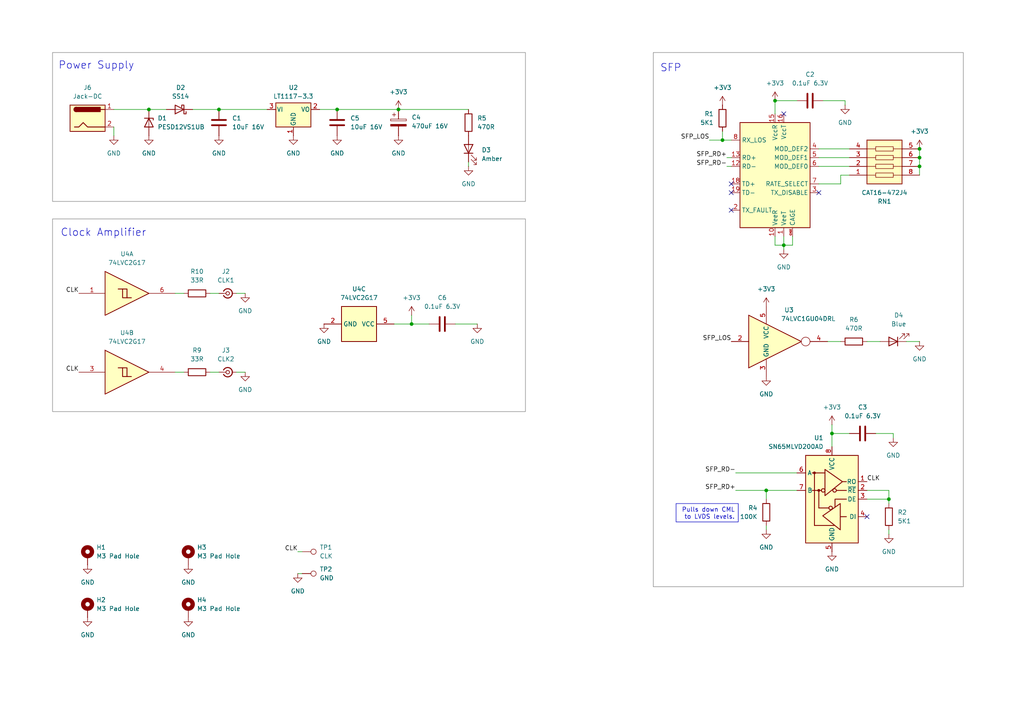
<source format=kicad_sch>
(kicad_sch (version 20250114) (generator "eeschema") (generator_version "9.0")
  (paper "A4")
  (title_block (title "SFP Clock Receiver – Project Caroline") (date "2025-04-24") (rev "A") (company "B4CKSP4CE") (comment 1 "CERN-OHL-S") (comment 2 "@heyflo"))
  (lib_symbols
    (symbol "74xGxx:74LVC1GU04DRL"
      (property "Reference" "U" (at -5.08 10.16 0))
      (property "Value" "74LVC1GU04DRL" (at 17.78 10.16 0))
      (symbol "74LVC1GU04DRL_0_1"
        (rectangle (start -5.08 7.62) (end -5.08 -7.62) (stroke (width 0.254)) (fill (type background)))
        (polyline (pts (xy -5.08 -7.62) (xy 10.16 0) (xy -5.08 7.62)) (stroke (width 0.254)) (fill (type background)))
        (circle (center 11.43 0) (radius 1.27))
      )
      (symbol "74LVC1GU04DRL_1_1"
        (pin input line (at -10.16 0 0) (length 5.08) (name "~") (number "2"))
        (pin power_in line (at 0 10.16 270) (length 5.08) (name "VCC") (number "5"))
        (pin power_in line (at 0 -10.16 90) (length 5.08) (name "GND") (number "3"))
        (pin no_connect line (at 10.16 0 180) (length 5.08) (hide yes) (name "NC") (number "1"))
        (pin output line (at 17.78 0 180) (length 5.08) (name "~") (number "4"))
      )
    )
    (symbol "74xGxx:74LVC2G17"
      (property "Reference" "U" (at -1.27 7.62 0))
      (property "Value" "74LVC2G17" (at 2.54 -7.62 0))
      (symbol "74LVC2G17_1_1"
        (polyline (pts (xy -7.62 6.35) (xy -7.62 -6.35) (xy 5.08 0) (xy -7.62 6.35)) (stroke (width 0.254)) (fill (type background)))
        (polyline (pts (xy -3.81 1.27) (xy -2.54 1.27) (xy -2.54 -1.27) (xy 0 -1.27)) (stroke (width 0.254)) (fill (type background)))
        (polyline (pts (xy -2.54 1.27) (xy -1.27 1.27) (xy -1.27 -1.27)) (stroke (width 0.254)) (fill (type background)))
        (pin input line (at -15.24 0 0) (length 7.62) (name "~") (number "1"))
        (pin output line (at 12.7 0 180) (length 7.62) (name "~") (number "6"))
      )
      (symbol "74LVC2G17_2_1"
        (polyline (pts (xy -7.62 6.35) (xy -7.62 -6.35) (xy 5.08 0) (xy -7.62 6.35)) (stroke (width 0.254)) (fill (type background)))
        (polyline (pts (xy -3.81 1.27) (xy -2.54 1.27) (xy -2.54 -1.27) (xy 0 -1.27)) (stroke (width 0.254)) (fill (type background)))
        (polyline (pts (xy -2.54 1.27) (xy -1.27 1.27) (xy -1.27 -1.27)) (stroke (width 0.254)) (fill (type background)))
        (pin input line (at -15.24 0 0) (length 7.62) (name "~") (number "3"))
        (pin output line (at 12.7 0 180) (length 7.62) (name "~") (number "4"))
      )
      (symbol "74LVC2G17_3_0"
        (rectangle (start -5.08 -5.08) (end 5.08 5.08) (stroke (width 0.254)) (fill (type background)))
      )
      (symbol "74LVC2G17_3_1"
        (pin power_in line (at 0 10.16 270) (length 5.08) (name "VCC") (number "5"))
        (pin power_in line (at 0 -10.16 90) (length 5.08) (name "GND") (number "2"))
      )
    )
    (symbol "BKSP:Interface_SN65MLVD200AD"
      (property "Reference" "U" (at -7.62 13.97 0))
      (property "Value" "SN65MLVD200AD" (at 1.905 13.97 0))
      (symbol "Interface_SN65MLVD200AD_0_1"
        (rectangle (start -7.62 12.7) (end 7.62 -12.7) (stroke (width 0.254)) (fill (type background)))
        (polyline (pts (xy -4.191 2.54) (xy -1.27 2.54)) (stroke (width 0.254)))
        (polyline (pts (xy -4.191 0) (xy -0.889 0) (xy -0.889 -2.286)) (stroke (width 0.254)))
        (polyline (pts (xy -3.175 5.08) (xy -4.191 5.08) (xy -4.064 5.08)) (stroke (width 0.254)))
        (polyline (pts (xy -2.54 -5.08) (xy -4.191 -5.08)) (stroke (width 0.254)))
        (polyline (pts (xy -2.413 -5.08) (xy -2.413 -1.27) (xy 2.667 -4.826) (xy -2.413 -8.89) (xy -2.413 -5.08)) (stroke (width 0.254)))
        (polyline (pts (xy -0.635 -7.62) (xy 5.08 -7.62)) (stroke (width 0.254)))
        (circle (center 0.381 -2.54) (radius 0.508) (stroke (width 0.254)))
        (polyline (pts (xy 0.889 -2.54) (xy 3.81 -2.54)) (stroke (width 0.254)))
        (polyline (pts (xy 2.032 7.62) (xy 5.715 7.62)) (stroke (width 0.254)))
        (polyline (pts (xy 3.048 2.54) (xy 5.715 2.54)) (stroke (width 0.254)))
        (circle (center 3.81 2.54) (radius 0.2794) (stroke (width 0.254)) (fill (type outline)))
        (polyline (pts (xy 3.81 -2.54) (xy 3.81 2.54)) (stroke (width 0.254)))
        (polyline (pts (xy 5.08 -7.62) (xy 5.08 7.62)) (stroke (width 0.254)))
      )
      (symbol "Interface_SN65MLVD200AD_1_1"
        (circle (center -0.762 2.54) (radius 0.508) (stroke (width 0.254)))
        (polyline (pts (xy 2.032 4.826) (xy 2.032 8.636) (xy -3.048 5.08) (xy 2.032 1.016) (xy 2.032 4.826)) (stroke (width 0.254)))
        (circle (center 2.54 2.54) (radius 0.508) (stroke (width 0.254)))
        (circle (center 5.08 7.62) (radius 0.2794) (stroke (width 0.254)) (fill (type outline)))
        (pin output line (at -10.16 5.08 0) (length 2.54) (name "RO") (number "1"))
        (pin input line (at -10.16 2.54 0) (length 2.54) (name "~{RE}") (number "2"))
        (pin input line (at -10.16 0 0) (length 2.54) (name "DE") (number "3"))
        (pin input line (at -10.16 -5.08 0) (length 2.54) (name "DI") (number "4"))
        (pin power_in line (at 0 15.24 270) (length 2.54) (name "VCC") (number "8"))
        (pin power_in line (at 0 -15.24 90) (length 2.54) (name "GND") (number "5"))
        (pin bidirectional line (at 10.16 7.62 180) (length 2.54) (name "A") (number "6"))
        (pin bidirectional line (at 10.16 2.54 180) (length 2.54) (name "B") (number "7"))
      )
    )
    (symbol "BKSP:Protection_PESD12VS1UB" (pin_numbers (hide yes)) (pin_names (offset 1.016) (hide yes))
      (property "Reference" "D" (at 0 2.54 0))
      (property "Value" "PESD12VS1UB" (at 0 -2.54 0))
      (symbol "Protection_PESD12VS1UB_0_1"
        (polyline (pts (xy -1.27 -1.27) (xy -1.27 1.27) (xy -0.762 1.27)) (stroke (width 0.254)))
        (polyline (pts (xy 1.27 0) (xy -1.27 0)))
        (polyline (pts (xy 1.27 -1.27) (xy 1.27 1.27) (xy -1.27 0) (xy 1.27 -1.27)) (stroke (width 0.254)))
      )
      (symbol "Protection_PESD12VS1UB_1_1"
        (pin passive line (at -3.81 0 0) (length 2.54) (name "K") (number "1"))
        (pin passive line (at 3.81 0 180) (length 2.54) (name "A") (number "2"))
      )
    )
    (symbol "BKSP:R_Network_CAT16-472J4" (pin_names (hide yes))
      (property "Reference" "RN" (at 16.51 7.62 0))
      (property "Value" "CAT16-472J4" (at 16.51 5.08 0))
      (symbol "R_Network_CAT16-472J4_0_1"
        (polyline (pts (xy 5.08 0) (xy 7.62 0)))
        (polyline (pts (xy 5.08 -2.54) (xy 7.62 -2.54)))
        (polyline (pts (xy 5.08 -5.08) (xy 7.62 -5.08)))
        (polyline (pts (xy 5.08 -7.62) (xy 7.62 -7.62)))
        (rectangle (start 7.62 0.635) (end 12.7 -0.635))
        (rectangle (start 7.62 -1.905) (end 12.7 -3.175))
        (rectangle (start 7.62 -4.445) (end 12.7 -5.715))
        (rectangle (start 7.62 -6.985) (end 12.7 -8.255))
        (polyline (pts (xy 12.7 0) (xy 15.24 0)))
        (polyline (pts (xy 12.7 -2.54) (xy 15.24 -2.54)))
        (polyline (pts (xy 12.7 -5.08) (xy 15.24 -5.08)))
        (polyline (pts (xy 12.7 -7.62) (xy 15.24 -7.62)))
      )
      (symbol "R_Network_CAT16-472J4_1_1"
        (rectangle (start 5.08 2.54) (end 15.24 -10.16) (stroke (width 0.254)) (fill (type background)))
        (pin passive line (at 0 0 0) (length 5.08) (name "1") (number "1"))
        (pin passive line (at 0 -2.54 0) (length 5.08) (name "2") (number "2"))
        (pin passive line (at 0 -5.08 0) (length 5.08) (name "3") (number "3"))
        (pin passive line (at 0 -7.62 0) (length 5.08) (name "4") (number "4"))
        (pin passive line (at 20.32 0 180) (length 5.08) (name "8") (number "8"))
        (pin passive line (at 20.32 -2.54 180) (length 5.08) (name "7") (number "7"))
        (pin passive line (at 20.32 -5.08 180) (length 5.08) (name "6") (number "6"))
        (pin passive line (at 20.32 -7.62 180) (length 5.08) (name "5") (number "5"))
      )
    )
    (symbol "Connector:Conn_Coaxial_Small" (pin_numbers (hide yes)) (pin_names (offset 1.016) (hide yes))
      (property "Reference" "J" (at 0.254 3.048 0))
      (property "Value" "Conn_Coaxial_Small" (at 0 -3.81 0))
      (symbol "Conn_Coaxial_Small_0_1"
        (polyline (pts (xy -2.54 0) (xy -0.508 0)))
        (circle (center 0 0) (radius 0.508) (stroke (width 0.2032)))
      )
      (symbol "Conn_Coaxial_Small_1_1"
        (arc (start 1.3484 0.0039) (mid 0.327 -1.308) (end -1.1916 -0.6311) (stroke (width 0.3048)))
        (arc (start -1.1916 0.6311) (mid 0.327 1.3081) (end 1.3484 -0.0039) (stroke (width 0.3048)))
        (pin passive line (at -2.54 0 0) (length 1.27) (name "In") (number "1"))
        (pin passive line (at 2.54 0 180) (length 1.27) (name "Ext") (number "2"))
      )
    )
    (symbol "Connector:Jack-DC" (pin_names (offset 1.016))
      (property "Reference" "J" (at 0 5.334 0))
      (property "Value" "Jack-DC" (at 0 -5.08 0))
      (symbol "Jack-DC_0_1"
        (rectangle (start -5.08 3.81) (end 5.08 -3.81) (stroke (width 0.254)) (fill (type background)))
        (polyline (pts (xy -3.81 -2.54) (xy -2.54 -2.54) (xy -1.27 -1.27) (xy 0 -2.54) (xy 2.54 -2.54) (xy 5.08 -2.54)) (stroke (width 0.254)))
        (arc (start -3.302 1.905) (mid -3.9343 2.54) (end -3.302 3.175) (stroke (width 0.254)))
        (arc (start -3.302 1.905) (mid -3.9343 2.54) (end -3.302 3.175) (stroke (width 0.254)) (fill (type outline)))
        (rectangle (start 3.683 3.175) (end -3.302 1.905) (stroke (width 0.254)) (fill (type outline)))
        (polyline (pts (xy 5.08 2.54) (xy 3.81 2.54)) (stroke (width 0.254)))
      )
      (symbol "Jack-DC_1_1"
        (pin passive line (at 7.62 2.54 180) (length 2.54) (name "~") (number "1"))
        (pin passive line (at 7.62 -2.54 180) (length 2.54) (name "~") (number "2"))
      )
    )
    (symbol "Connector:TestPoint" (pin_numbers (hide yes)) (pin_names (offset 0.762) (hide yes))
      (property "Reference" "TP" (at 0 6.858 0))
      (property "Value" "TestPoint" (at 0 5.08 0))
      (symbol "TestPoint_0_1"
        (circle (center 0 3.302) (radius 0.762))
      )
      (symbol "TestPoint_1_1"
        (pin passive line (at 0 0 90) (length 2.54) (name "1") (number "1"))
      )
    )
    (symbol "Device:C" (pin_numbers (hide yes)) (pin_names (offset 0.254))
      (property "Reference" "C" (at 0.635 2.54 0))
      (property "Value" "C" (at 0.635 -2.54 0))
      (symbol "C_0_1"
        (polyline (pts (xy -2.032 0.762) (xy 2.032 0.762)) (stroke (width 0.508)))
        (polyline (pts (xy -2.032 -0.762) (xy 2.032 -0.762)) (stroke (width 0.508)))
      )
      (symbol "C_1_1"
        (pin passive line (at 0 3.81 270) (length 2.794) (name "~") (number "1"))
        (pin passive line (at 0 -3.81 90) (length 2.794) (name "~") (number "2"))
      )
    )
    (symbol "Device:C_Polarized" (pin_numbers (hide yes)) (pin_names (offset 0.254))
      (property "Reference" "C" (at 0.635 2.54 0))
      (property "Value" "C_Polarized" (at 0.635 -2.54 0))
      (symbol "C_Polarized_0_1"
        (rectangle (start -2.286 0.508) (end 2.286 1.016))
        (polyline (pts (xy -1.778 2.286) (xy -0.762 2.286)))
        (polyline (pts (xy -1.27 2.794) (xy -1.27 1.778)))
        (rectangle (start 2.286 -0.508) (end -2.286 -1.016) (fill (type outline)))
      )
      (symbol "C_Polarized_1_1"
        (pin passive line (at 0 3.81 270) (length 2.794) (name "~") (number "1"))
        (pin passive line (at 0 -3.81 90) (length 2.794) (name "~") (number "2"))
      )
    )
    (symbol "Device:LED" (pin_numbers (hide yes)) (pin_names (offset 1.016) (hide yes))
      (property "Reference" "D" (at 0 2.54 0))
      (property "Value" "LED" (at 0 -2.54 0))
      (symbol "LED_0_1"
        (polyline (pts (xy -3.048 -0.762) (xy -4.572 -2.286) (xy -3.81 -2.286) (xy -4.572 -2.286) (xy -4.572 -1.524)))
        (polyline (pts (xy -1.778 -0.762) (xy -3.302 -2.286) (xy -2.54 -2.286) (xy -3.302 -2.286) (xy -3.302 -1.524)))
        (polyline (pts (xy -1.27 0) (xy 1.27 0)))
        (polyline (pts (xy -1.27 -1.27) (xy -1.27 1.27)) (stroke (width 0.254)))
        (polyline (pts (xy 1.27 -1.27) (xy 1.27 1.27) (xy -1.27 0) (xy 1.27 -1.27)) (stroke (width 0.254)))
      )
      (symbol "LED_1_1"
        (pin passive line (at -3.81 0 0) (length 2.54) (name "K") (number "1"))
        (pin passive line (at 3.81 0 180) (length 2.54) (name "A") (number "2"))
      )
    )
    (symbol "Device:R" (pin_numbers (hide yes)) (pin_names (offset 0))
      (property "Reference" "R" (at 2.032 0 90))
      (property "Value" "R" (at 0 0 90))
      (symbol "R_0_1"
        (rectangle (start -1.016 -2.54) (end 1.016 2.54) (stroke (width 0.254)))
      )
      (symbol "R_1_1"
        (pin passive line (at 0 3.81 270) (length 1.27) (name "~") (number "1"))
        (pin passive line (at 0 -3.81 90) (length 1.27) (name "~") (number "2"))
      )
    )
    (symbol "Diode:SS14" (pin_numbers (hide yes)) (pin_names (offset 1.016) (hide yes))
      (property "Reference" "D" (at 0 2.54 0))
      (property "Value" "SS14" (at 0 -2.54 0))
      (symbol "SS14_0_1"
        (polyline (pts (xy -1.905 0.635) (xy -1.905 1.27) (xy -1.27 1.27) (xy -1.27 -1.27) (xy -0.635 -1.27) (xy -0.635 -0.635)) (stroke (width 0.254)))
        (polyline (pts (xy 1.27 1.27) (xy 1.27 -1.27) (xy -1.27 0) (xy 1.27 1.27)) (stroke (width 0.254)))
        (polyline (pts (xy 1.27 0) (xy -1.27 0)))
      )
      (symbol "SS14_1_1"
        (pin passive line (at -3.81 0 0) (length 2.54) (name "K") (number "1"))
        (pin passive line (at 3.81 0 180) (length 2.54) (name "A") (number "2"))
      )
    )
    (symbol "Interface_Optical:SFP"
      (property "Reference" "J" (at -8.89 16.51 0))
      (property "Value" "SFP" (at 11.43 16.51 0))
      (symbol "SFP_0_0"
        (rectangle (start -10.16 15.24) (end 10.16 -15.24) (stroke (width 0.254)) (fill (type background)))
      )
      (symbol "SFP_1_1"
        (pin bidirectional line (at -12.7 7.62 0) (length 2.54) (name "MOD_DEF2") (number "4"))
        (pin input line (at -12.7 5.08 0) (length 2.54) (name "MOD_DEF1") (number "5"))
        (pin passive line (at -12.7 2.54 0) (length 2.54) (name "MOD_DEF0") (number "6"))
        (pin input line (at -12.7 -2.54 0) (length 2.54) (name "RATE_SELECT") (number "7"))
        (pin input line (at -12.7 -5.08 0) (length 2.54) (name "TX_DISABLE") (number "3"))
        (pin passive line (at -5.08 -17.78 90) (length 2.54) (name "CAGE") (number "CAGE"))
        (pin power_in line (at -2.54 17.78 270) (length 2.54) (name "VccT") (number "16"))
        (pin power_in line (at -2.54 -17.78 90) (length 2.54) (name "VeeT") (number "1"))
        (pin passive line (at -2.54 -17.78 90) (length 2.54) (hide yes) (name "VeeT") (number "17"))
        (pin passive line (at -2.54 -17.78 90) (length 2.54) (hide yes) (name "VeeT") (number "20"))
        (pin power_in line (at 0 17.78 270) (length 2.54) (name "VccR") (number "15"))
        (pin power_in line (at 0 -17.78 90) (length 2.54) (name "VeeR") (number "10"))
        (pin passive line (at 0 -17.78 90) (length 2.54) (hide yes) (name "VeeR") (number "11"))
        (pin passive line (at 0 -17.78 90) (length 2.54) (hide yes) (name "VeeR") (number "14"))
        (pin passive line (at 0 -17.78 90) (length 2.54) (hide yes) (name "VeeR") (number "9"))
        (pin open_collector line (at 12.7 10.16 180) (length 2.54) (name "RX_LOS") (number "8"))
        (pin output line (at 12.7 5.08 180) (length 2.54) (name "RD+") (number "13"))
        (pin output line (at 12.7 2.54 180) (length 2.54) (name "RD-") (number "12"))
        (pin input line (at 12.7 -2.54 180) (length 2.54) (name "TD+") (number "18"))
        (pin input line (at 12.7 -5.08 180) (length 2.54) (name "TD-") (number "19"))
        (pin open_collector line (at 12.7 -10.16 180) (length 2.54) (name "TX_FAULT") (number "2"))
      )
    )
    (symbol "Mechanical:MountingHole_Pad" (pin_numbers (hide yes)) (pin_names (offset 1.016) (hide yes)) (in_bom no)
      (property "Reference" "H" (at 0 6.35 0))
      (property "Value" "MountingHole_Pad" (at 0 4.445 0))
      (symbol "MountingHole_Pad_0_1"
        (circle (center 0 1.27) (radius 1.27) (stroke (width 1.27)))
      )
      (symbol "MountingHole_Pad_1_1"
        (pin input line (at 0 -2.54 90) (length 2.54) (name "1") (number "1"))
      )
    )
    (symbol "Regulator_Linear:LT1117-3.3" (pin_names (offset 0.254))
      (property "Reference" "U" (at -3.81 3.175 0))
      (property "Value" "LT1117-3.3" (at 0 3.175 0))
      (symbol "LT1117-3.3_0_1"
        (rectangle (start -5.08 -5.08) (end 5.08 1.905) (stroke (width 0.254)) (fill (type background)))
      )
      (symbol "LT1117-3.3_1_1"
        (pin power_in line (at -7.62 0 0) (length 2.54) (name "VI") (number "3"))
        (pin power_in line (at 0 -7.62 90) (length 2.54) (name "GND") (number "1"))
        (pin power_out line (at 7.62 0 180) (length 2.54) (name "VO") (number "2"))
      )
    )
    (symbol "power:+3.3V" (power) (pin_numbers (hide yes)) (pin_names (offset 0) (hide yes))
      (property "Value" "+3.3V" (at 0 3.556 0))
      (symbol "+3.3V_0_1"
        (polyline (pts (xy -0.762 1.27) (xy 0 2.54)))
        (polyline (pts (xy 0 2.54) (xy 0.762 1.27)))
        (polyline (pts (xy 0 0) (xy 0 2.54)))
      )
      (symbol "+3.3V_1_1"
        (pin power_in line (at 0 0 90) (length 0) (name "~") (number "1"))
      )
    )
    (symbol "power:+3V3" (power) (pin_numbers (hide yes)) (pin_names (offset 0) (hide yes))
      (property "Value" "+3V3" (at 0 3.556 0))
      (symbol "+3V3_0_1"
        (polyline (pts (xy -0.762 1.27) (xy 0 2.54)))
        (polyline (pts (xy 0 2.54) (xy 0.762 1.27)))
        (polyline (pts (xy 0 0) (xy 0 2.54)))
      )
      (symbol "+3V3_1_1"
        (pin power_in line (at 0 0 90) (length 0) (name "~") (number "1"))
      )
    )
    (symbol "power:GND" (power) (pin_numbers (hide yes)) (pin_names (offset 0) (hide yes))
      (property "Value" "GND" (at 0 -3.81 0))
      (symbol "GND_0_1"
        (polyline (pts (xy 0 0) (xy 0 -1.27) (xy 1.27 -1.27) (xy 0 -2.54) (xy -1.27 -1.27) (xy 0 -1.27)))
      )
      (symbol "GND_1_1"
        (pin power_in line (at 0 0 270) (length 0) (name "~") (number "1"))
      )
    )
  )
  (rectangle (start 189.484 15.24) (end 279.4 170.18) (stroke (width 0) (color 132 132 132 1)))
  (rectangle (start 15.24 15.24) (end 152.4 58.42) (stroke (width 0) (color 132 132 132 1)))
  (rectangle (start 15.24 63.5) (end 152.4 119.38) (stroke (width 0) (color 132 132 132 1)))
  (text "Power Supply" (at 27.94 19.05 0) (effects (font (size 2.159 2.159))))
  (text "Clock Amplifier" (at 17.526 67.564 0) (effects (font (size 2.159 2.159)) (justify left)))
  (text "SFP" (at 194.564 19.812 0) (effects (font (size 2.159 2.159))))
  (text_box "Pulls down CML to LVDS levels." (at 214.122 146.05 0) (size -18.034 5.334) (margins 0.9525 0.9525 0.9525 0.9525) (effects (font (size 1.27 1.27)) (justify right top)))
  (junction (at 266.7 45.72))
  (junction (at 266.7 48.26))
  (junction (at 227.33 71.12))
  (junction (at 241.3 125.73))
  (junction (at 222.25 142.24))
  (junction (at 266.7 43.18))
  (junction (at 115.57 31.75))
  (junction (at 63.5 31.75))
  (junction (at 43.18 31.75))
  (junction (at 224.79 29.21))
  (junction (at 257.81 144.78))
  (junction (at 119.38 93.98))
  (junction (at 97.79 31.75))
  (junction (at 209.55 40.64))
  (no_connect (at 227.33 33.02))
  (no_connect (at 212.09 55.88))
  (no_connect (at 212.09 53.34))
  (no_connect (at 251.46 149.86))
  (no_connect (at 237.49 55.88))
  (no_connect (at 212.09 60.96))
  (wire (pts (xy 60.96 107.95) (xy 63.5 107.95)))
  (wire (pts (xy 210.82 45.72) (xy 212.09 45.72)))
  (wire (pts (xy 237.49 43.18) (xy 246.38 43.18)))
  (wire (pts (xy 266.7 50.8) (xy 266.7 48.26)))
  (wire (pts (xy 119.38 91.44) (xy 119.38 93.98)))
  (wire (pts (xy 259.08 125.73) (xy 254 125.73)))
  (wire (pts (xy 266.7 45.72) (xy 266.7 48.26)))
  (wire (pts (xy 60.96 85.09) (xy 63.5 85.09)))
  (wire (pts (xy 238.76 29.21) (xy 245.11 29.21)))
  (wire (pts (xy 241.3 125.73) (xy 241.3 129.54)))
  (wire (pts (xy 246.38 125.73) (xy 241.3 125.73)))
  (wire (pts (xy 210.82 48.26) (xy 212.09 48.26)))
  (wire (pts (xy 77.47 31.75) (xy 63.5 31.75)))
  (wire (pts (xy 114.3 93.98) (xy 119.38 93.98)))
  (wire (pts (xy 71.12 107.95) (xy 68.58 107.95)))
  (wire (pts (xy 227.33 71.12) (xy 227.33 72.39)))
  (wire (pts (xy 97.79 31.75) (xy 115.57 31.75)))
  (wire (pts (xy 33.02 39.37) (xy 33.02 36.83)))
  (wire (pts (xy 209.55 40.64) (xy 209.55 38.1)))
  (wire (pts (xy 257.81 144.78) (xy 257.81 146.05)))
  (wire (pts (xy 243.84 53.34) (xy 243.84 50.8)))
  (wire (pts (xy 237.49 48.26) (xy 246.38 48.26)))
  (wire (pts (xy 115.57 31.75) (xy 135.89 31.75)))
  (wire (pts (xy 243.84 50.8) (xy 246.38 50.8)))
  (wire (pts (xy 222.25 142.24) (xy 213.36 142.24)))
  (wire (pts (xy 224.79 68.58) (xy 224.79 71.12)))
  (wire (pts (xy 224.79 71.12) (xy 227.33 71.12)))
  (wire (pts (xy 87.63 166.37) (xy 86.36 166.37)))
  (wire (pts (xy 222.25 153.67) (xy 222.25 152.4)))
  (wire (pts (xy 257.81 142.24) (xy 257.81 144.78)))
  (wire (pts (xy 257.81 144.78) (xy 251.46 144.78)))
  (wire (pts (xy 229.87 68.58) (xy 229.87 71.12)))
  (wire (pts (xy 224.79 29.21) (xy 231.14 29.21)))
  (wire (pts (xy 266.7 99.06) (xy 262.89 99.06)))
  (wire (pts (xy 205.74 40.64) (xy 209.55 40.64)))
  (wire (pts (xy 266.7 43.18) (xy 266.7 45.72)))
  (wire (pts (xy 237.49 53.34) (xy 243.84 53.34)))
  (wire (pts (xy 245.11 30.48) (xy 245.11 29.21)))
  (wire (pts (xy 257.81 154.94) (xy 257.81 153.67)))
  (wire (pts (xy 237.49 45.72) (xy 246.38 45.72)))
  (wire (pts (xy 55.88 31.75) (xy 63.5 31.75)))
  (wire (pts (xy 135.89 48.26) (xy 135.89 46.99)))
  (wire (pts (xy 229.87 71.12) (xy 227.33 71.12)))
  (wire (pts (xy 227.33 68.58) (xy 227.33 71.12)))
  (wire (pts (xy 259.08 127) (xy 259.08 125.73)))
  (wire (pts (xy 231.14 142.24) (xy 222.25 142.24)))
  (wire (pts (xy 43.18 31.75) (xy 48.26 31.75)))
  (wire (pts (xy 212.09 40.64) (xy 209.55 40.64)))
  (wire (pts (xy 231.14 137.16) (xy 213.36 137.16)))
  (wire (pts (xy 251.46 142.24) (xy 257.81 142.24)))
  (wire (pts (xy 241.3 123.19) (xy 241.3 125.73)))
  (wire (pts (xy 224.79 29.21) (xy 224.79 33.02)))
  (wire (pts (xy 33.02 31.75) (xy 43.18 31.75)))
  (wire (pts (xy 86.36 160.02) (xy 87.63 160.02)))
  (wire (pts (xy 50.8 85.09) (xy 53.34 85.09)))
  (wire (pts (xy 119.38 93.98) (xy 124.46 93.98)))
  (wire (pts (xy 92.71 31.75) (xy 97.79 31.75)))
  (wire (pts (xy 251.46 99.06) (xy 255.27 99.06)))
  (wire (pts (xy 222.25 142.24) (xy 222.25 144.78)))
  (wire (pts (xy 71.12 85.09) (xy 68.58 85.09)))
  (wire (pts (xy 50.8 107.95) (xy 53.34 107.95)))
  (wire (pts (xy 138.43 93.98) (xy 132.08 93.98)))
  (wire (pts (xy 240.03 99.06) (xy 243.84 99.06)))
  (label "SFP_RD+" (at 213.36 142.24 180))
  (label "CLK" (at 251.46 139.7 0))
  (label "CLK" (at 22.86 85.09 180))
  (label "SFP_RD+" (at 210.82 45.72 180))
  (label "CLK" (at 22.86 107.95 180))
  (label "SFP_LOS" (at 212.09 99.06 180))
  (label "SFP_LOS" (at 205.74 40.64 180))
  (label "CLK" (at 86.36 160.02 180))
  (label "SFP_RD-" (at 210.82 48.26 180))
  (label "SFP_RD-" (at 213.36 137.16 180))
  (symbol (lib_id "74xGxx:74LVC2G17") (at 38.1 107.95 0) (unit 2)
    (property "Reference" "U4" (at 36.83 96.52 0))
    (property "Value" "74LVC2G17" (at 36.83 99.06 0))
    (property "Footprint" "Package_TO_SOT_SMD:SOT-23-6" (effects (hide yes)))
    (property "Datasheet" "http://www.ti.com/lit/sg/scyt129e/scyt129e.pdf" (effects (hide yes)))
    (property "Description" "Dual Buffer, Schmitt Triggered, Low-Voltage CMOS" (effects (hide yes)))
  )
  (symbol (lib_id "Device:C") (at 234.95 29.21 90) (unit 1)
    (property "Reference" "C2" (at 234.95 21.59 90))
    (property "Value" "0.1uF 6.3V" (at 234.95 24.13 90))
    (property "Footprint" "Capacitor_SMD:C_0805_2012Metric" (effects (hide yes)))
    (property "Description" "Unpolarized capacitor" (effects (hide yes)))
  )
  (symbol (lib_id "74xGxx:74LVC2G17") (at 104.14 93.98 270) (unit 3)
    (property "Reference" "U4" (at 104.14 83.82 90))
    (property "Value" "74LVC2G17" (at 104.14 86.36 90))
    (property "Footprint" "Package_TO_SOT_SMD:SOT-23-6" (effects (hide yes)))
    (property "Datasheet" "http://www.ti.com/lit/sg/scyt129e/scyt129e.pdf" (effects (hide yes)))
    (property "Description" "Dual Buffer, Schmitt Triggered, Low-Voltage CMOS" (effects (hide yes)))
  )
  (symbol (lib_id "Interface_Optical:SFP") (at 224.79 50.8 0) (mirror y) (unit 1)
    (property "Reference" "J1" (effects (hide yes)))
    (property "Value" "SFP" (effects (hide yes)))
    (property "Footprint" "BKSP:Connector_SFP_Cage_NoKeepout" (effects (hide yes)))
    (property "Datasheet" "http://www.10gtek.com/templates/wzten/pdf/INF-8074.pdf" (effects (hide yes)))
    (property "Description" "Connector for Small Form Factor Pluggable (SFP) module, 1 Gbit/s, serial-to-serial data-agnostic optical transceiver" (effects (hide yes)))
  )
  (symbol (lib_id "power:+3.3V") (at 241.3 123.19 0) (mirror y) (unit 1)
    (property "Reference" "#PWR06" (effects (hide yes)))
    (property "Value" "+3V3" (at 241.3 118.11 0))
    (property "Description" "Power symbol creates a global label with name \"+3.3V\"" (effects (hide yes)))
  )
  (symbol (lib_id "power:GND") (at 63.5 39.37 0) (unit 1)
    (property "Reference" "#PWR013" (effects (hide yes)))
    (property "Value" "GND" (at 63.5 44.45 0))
    (property "Description" "Power symbol creates a global label with name \"GND\" , ground" (effects (hide yes)))
  )
  (symbol (lib_id "Device:C") (at 97.79 35.56 0) (unit 1)
    (property "Reference" "C5" (at 101.6 34.29 0) (effects (justify left)))
    (property "Value" "10uF 16V" (at 101.6 36.83 0) (effects (justify left)))
    (property "Footprint" "Capacitor_SMD:C_0805_2012Metric" (effects (hide yes)))
    (property "Description" "Unpolarized capacitor" (effects (hide yes)))
  )
  (symbol (lib_id "power:GND") (at 54.61 179.07 0) (unit 1)
    (property "Reference" "#PWR028" (effects (hide yes)))
    (property "Value" "GND" (at 54.61 184.15 0))
    (property "Description" "Power symbol creates a global label with name \"GND\" , ground" (effects (hide yes)))
  )
  (symbol (lib_id "Mechanical:MountingHole_Pad") (at 54.61 176.53 0) (unit 1) (in_bom no)
    (property "Reference" "H4" (at 57.15 173.99 0) (effects (justify left)))
    (property "Value" "M3 Pad Hole" (at 57.15 176.53 0) (effects (justify left)))
    (property "Footprint" "MountingHole:MountingHole_3.2mm_M3_Pad_TopBottom" (effects (hide yes)))
    (property "Description" "Mounting Hole with connection" (effects (hide yes)))
  )
  (symbol (lib_id "power:+3.3V") (at 119.38 91.44 0) (mirror y) (unit 1)
    (property "Reference" "#PWR025" (effects (hide yes)))
    (property "Value" "+3V3" (at 119.38 86.36 0))
    (property "Description" "Power symbol creates a global label with name \"+3.3V\"" (effects (hide yes)))
  )
  (symbol (lib_id "power:GND") (at 86.36 166.37 0) (unit 1)
    (property "Reference" "#PWR031" (effects (hide yes)))
    (property "Value" "GND" (at 86.36 171.45 0))
    (property "Description" "Power symbol creates a global label with name \"GND\" , ground" (effects (hide yes)))
  )
  (symbol (lib_id "power:GND") (at 71.12 85.09 0) (unit 1)
    (property "Reference" "#PWR030" (effects (hide yes)))
    (property "Value" "GND" (at 71.12 90.17 0))
    (property "Description" "Power symbol creates a global label with name \"GND\" , ground" (effects (hide yes)))
  )
  (symbol (lib_id "Diode:SS14") (at 52.07 31.75 180) (unit 1)
    (property "Reference" "D2" (at 52.3875 25.4 0))
    (property "Value" "SS14" (at 52.3875 27.94 0))
    (property "Footprint" "Diode_SMD:D_SMA" (effects (hide yes)))
    (property "Datasheet" "https://www.vishay.com/docs/88746/ss12.pdf" (effects (hide yes)))
    (property "Description" "40V 1A Schottky Diode, SMA" (effects (hide yes)))
  )
  (symbol (lib_id "Device:R") (at 135.89 35.56 0) (unit 1)
    (property "Reference" "R5" (at 138.43 34.29 0) (effects (justify left)))
    (property "Value" "470R" (at 138.43 36.83 0) (effects (justify left)))
    (property "Footprint" "Resistor_SMD:R_0805_2012Metric" (effects (hide yes)))
    (property "Description" "Resistor" (effects (hide yes)))
  )
  (symbol (lib_id "BKSP:Protection_PESD12VS1UB") (at 43.18 35.56 270) (unit 1)
    (property "Reference" "D1" (at 45.72 34.29 90) (effects (justify left)))
    (property "Value" "PESD12VS1UB" (at 45.72 36.83 90) (effects (justify left)))
    (property "Footprint" "Diode_SMD:D_SOD-523" (effects (hide yes)))
    (property "Datasheet" "https://assets.nexperia.com/documents/data-sheet/PESD12VS1UB.pdf" (effects (hide yes)))
    (property "Description" "TVS Unidirectional, 12V Operational, 15V Breakdown," (effects (hide yes)))
  )
  (symbol (lib_id "Mechanical:MountingHole_Pad") (at 25.4 161.29 0) (unit 1) (in_bom no)
    (property "Reference" "H1" (at 27.94 158.75 0) (effects (justify left)))
    (property "Value" "M3 Pad Hole" (at 27.94 161.29 0) (effects (justify left)))
    (property "Footprint" "MountingHole:MountingHole_3.2mm_M3_Pad_TopBottom" (effects (hide yes)))
    (property "Description" "Mounting Hole with connection" (effects (hide yes)))
  )
  (symbol (lib_id "power:GND") (at 227.33 72.39 0) (unit 1)
    (property "Reference" "#PWR08" (effects (hide yes)))
    (property "Value" "GND" (at 227.33 77.47 0))
    (property "Description" "Power symbol creates a global label with name \"GND\" , ground" (effects (hide yes)))
  )
  (symbol (lib_id "BKSP:Interface_SN65MLVD200AD") (at 241.3 144.78 0) (mirror y) (unit 1)
    (property "Reference" "U1" (at 238.8537 127 0) (effects (justify left)))
    (property "Value" "SN65MLVD200AD" (at 238.8537 129.54 0) (effects (justify left)))
    (property "Footprint" "Package_SO:SOIC-8_3.9x4.9mm_P1.27mm" (effects (hide yes)))
    (property "Datasheet" "https://www.ti.com/lit/ds/symlink/sn65mlvd200a.pdf" (effects (hide yes)))
    (property "Description" "Transceiver Half LVDS, Multipoint 8-SOIC, 3V ~ 3.6V Supply, 100 Mbps" (effects (hide yes)))
  )
  (symbol (lib_id "power:GND") (at 259.08 127 0) (unit 1)
    (property "Reference" "#PWR03" (effects (hide yes)))
    (property "Value" "GND" (at 259.08 132.08 0))
    (property "Description" "Power symbol creates a global label with name \"GND\" , ground" (effects (hide yes)))
  )
  (symbol (lib_id "power:GND") (at 71.12 107.95 0) (unit 1)
    (property "Reference" "#PWR029" (effects (hide yes)))
    (property "Value" "GND" (at 71.12 113.03 0))
    (property "Description" "Power symbol creates a global label with name \"GND\" , ground" (effects (hide yes)))
  )
  (symbol (lib_id "power:GND") (at 54.61 163.83 0) (unit 1)
    (property "Reference" "#PWR027" (effects (hide yes)))
    (property "Value" "GND" (at 54.61 168.91 0))
    (property "Description" "Power symbol creates a global label with name \"GND\" , ground" (effects (hide yes)))
  )
  (symbol (lib_id "power:+3.3V") (at 266.7 43.18 0) (unit 1)
    (property "Reference" "#PWR011" (effects (hide yes)))
    (property "Value" "+3V3" (at 266.7 38.1 0))
    (property "Description" "Power symbol creates a global label with name \"+3.3V\"" (effects (hide yes)))
  )
  (symbol (lib_id "74xGxx:74LVC2G17") (at 38.1 85.09 0) (unit 1)
    (property "Reference" "U4" (at 36.83 73.66 0))
    (property "Value" "74LVC2G17" (at 36.83 76.2 0))
    (property "Footprint" "Package_TO_SOT_SMD:SOT-23-6" (effects (hide yes)))
    (property "Datasheet" "http://www.ti.com/lit/sg/scyt129e/scyt129e.pdf" (effects (hide yes)))
    (property "Description" "Dual Buffer, Schmitt Triggered, Low-Voltage CMOS" (effects (hide yes)))
  )
  (symbol (lib_id "Device:C") (at 128.27 93.98 90) (unit 1)
    (property "Reference" "C6" (at 128.27 86.36 90))
    (property "Value" "0.1uF 6.3V" (at 128.27 88.9 90))
    (property "Footprint" "Capacitor_SMD:C_0805_2012Metric" (effects (hide yes)))
    (property "Description" "Unpolarized capacitor" (effects (hide yes)))
  )
  (symbol (lib_id "Device:LED") (at 135.89 43.18 90) (unit 1)
    (property "Reference" "D3" (at 139.7 43.4975 90) (effects (justify right)))
    (property "Value" "Amber" (at 139.7 46.0375 90) (effects (justify right)))
    (property "Footprint" "LED_SMD:LED_1206_3216Metric" (effects (hide yes)))
    (property "Description" "Light emitting diode" (effects (hide yes)))
    (property "Sim.Pins" "1=K 2=A" (effects (hide yes)))
  )
  (symbol (lib_id "power:GND") (at 93.98 93.98 0) (unit 1)
    (property "Reference" "#PWR023" (effects (hide yes)))
    (property "Value" "GND" (at 93.98 99.06 0))
    (property "Description" "Power symbol creates a global label with name \"GND\" , ground" (effects (hide yes)))
  )
  (symbol (lib_id "Device:C_Polarized") (at 115.57 35.56 0) (unit 1)
    (property "Reference" "C4" (at 119.38 34.036 0) (effects (justify left)))
    (property "Value" "470uF 16V" (at 119.38 36.576 0) (effects (justify left)))
    (property "Footprint" "Capacitor_SMD:C_Elec_10x10.2" (effects (hide yes)))
    (property "Description" "Polarized capacitor" (effects (hide yes)))
  )
  (symbol (lib_id "power:GND") (at 222.25 153.67 0) (mirror y) (unit 1)
    (property "Reference" "#PWR09" (effects (hide yes)))
    (property "Value" "GND" (at 222.25 158.75 0))
    (property "Description" "Power symbol creates a global label with name \"GND\" , ground" (effects (hide yes)))
  )
  (symbol (lib_id "power:GND") (at 115.57 39.37 0) (unit 1)
    (property "Reference" "#PWR014" (effects (hide yes)))
    (property "Value" "GND" (at 115.57 44.45 0))
    (property "Description" "Power symbol creates a global label with name \"GND\" , ground" (effects (hide yes)))
  )
  (symbol (lib_id "74xGxx:74LVC1GU04DRL") (at 222.25 99.06 0) (unit 1)
    (property "Reference" "U3" (at 228.854 89.916 0))
    (property "Value" "74LVC1GU04DRL" (at 234.442 92.456 0))
    (property "Footprint" "Package_TO_SOT_SMD:SOT-553" (effects (hide yes)))
    (property "Datasheet" "http://www.ti.com/lit/ds/symlink/sn74lvc1gu04.pdf" (effects (hide yes)))
    (property "Description" "Single Inverter Gate, SOT-553" (effects (hide yes)))
  )
  (symbol (lib_id "power:GND") (at 222.25 109.22 0) (unit 1)
    (property "Reference" "#PWR021" (effects (hide yes)))
    (property "Value" "GND" (at 222.25 114.3 0))
    (property "Description" "Power symbol creates a global label with name \"GND\" , ground" (effects (hide yes)))
  )
  (symbol (lib_id "power:GND") (at 25.4 179.07 0) (unit 1)
    (property "Reference" "#PWR026" (effects (hide yes)))
    (property "Value" "GND" (at 25.4 184.15 0))
    (property "Description" "Power symbol creates a global label with name \"GND\" , ground" (effects (hide yes)))
  )
  (symbol (lib_id "Device:C") (at 250.19 125.73 90) (unit 1)
    (property "Reference" "C3" (at 250.19 118.11 90))
    (property "Value" "0.1uF 6.3V" (at 250.19 120.65 90))
    (property "Footprint" "Capacitor_SMD:C_0805_2012Metric" (effects (hide yes)))
    (property "Description" "Unpolarized capacitor" (effects (hide yes)))
  )
  (symbol (lib_id "power:GND") (at 245.11 30.48 0) (unit 1)
    (property "Reference" "#PWR02" (effects (hide yes)))
    (property "Value" "GND" (at 245.11 35.56 0))
    (property "Description" "Power symbol creates a global label with name \"GND\" , ground" (effects (hide yes)))
  )
  (symbol (lib_id "Device:R") (at 222.25 148.59 0) (mirror y) (unit 1)
    (property "Reference" "R4" (at 219.71 147.32 0) (effects (justify left)))
    (property "Value" "100K" (at 219.71 149.86 0) (effects (justify left)))
    (property "Footprint" "Resistor_SMD:R_0805_2012Metric" (effects (hide yes)))
    (property "Description" "Resistor" (effects (hide yes)))
  )
  (symbol (lib_id "power:+3V3") (at 115.57 31.75 0) (unit 1)
    (property "Reference" "#PWR017" (effects (hide yes)))
    (property "Value" "+3V3" (at 115.57 26.67 0))
    (property "Description" "Power symbol creates a global label with name \"+3V3\"" (effects (hide yes)))
  )
  (symbol (lib_id "Connector:TestPoint") (at 87.63 166.37 270) (unit 1)
    (property "Reference" "TP2" (at 92.71 165.1 90) (effects (justify left)))
    (property "Value" "GND" (at 92.71 167.64 90) (effects (justify left)))
    (property "Footprint" "TestPoint:TestPoint_Pad_1.5x1.5mm" (effects (hide yes)))
    (property "Description" "test point" (effects (hide yes)))
  )
  (symbol (lib_id "power:+3.3V") (at 224.79 29.21 0) (unit 1)
    (property "Reference" "#PWR05" (effects (hide yes)))
    (property "Value" "+3V3" (at 224.79 24.13 0))
    (property "Description" "Power symbol creates a global label with name \"+3.3V\"" (effects (hide yes)))
  )
  (symbol (lib_id "Device:R") (at 257.81 149.86 0) (unit 1)
    (property "Reference" "R2" (at 260.35 148.59 0) (effects (justify left)))
    (property "Value" "5K1" (at 260.35 151.13 0) (effects (justify left)))
    (property "Footprint" "Resistor_SMD:R_0805_2012Metric" (effects (hide yes)))
    (property "Description" "Resistor" (effects (hide yes)))
  )
  (symbol (lib_id "Regulator_Linear:LT1117-3.3") (at 85.09 31.75 0) (unit 1)
    (property "Reference" "U2" (at 85.09 25.4 0))
    (property "Value" "LT1117-3.3" (at 85.09 27.94 0))
    (property "Footprint" "Package_TO_SOT_SMD:SOT-223-3_TabPin2" (effects (hide yes)))
    (property "Datasheet" "https://www.analog.com/media/en/technical-documentation/data-sheets/1117fd.pdf" (effects (hide yes)))
    (property "Description" "800mA Low-Dropout Linear Regulator, 3.3V fixed output, SOT-223/TO-263" (effects (hide yes)))
  )
  (symbol (lib_id "power:GND") (at 85.09 39.37 0) (unit 1)
    (property "Reference" "#PWR016" (effects (hide yes)))
    (property "Value" "GND" (at 85.09 44.45 0))
    (property "Description" "Power symbol creates a global label with name \"GND\" , ground" (effects (hide yes)))
  )
  (symbol (lib_id "Device:R") (at 57.15 85.09 90) (unit 1)
    (property "Reference" "R10" (at 57.15 78.74 90))
    (property "Value" "33R" (at 57.15 81.28 90))
    (property "Footprint" "Resistor_SMD:R_0805_2012Metric" (effects (hide yes)))
    (property "Description" "Resistor" (effects (hide yes)))
  )
  (symbol (lib_id "Connector:Jack-DC") (at 25.4 34.29 0) (unit 1)
    (property "Reference" "J6" (at 25.4 25.4 0))
    (property "Value" "Jack-DC" (at 25.4 27.94 0))
    (property "Footprint" "Connector_BarrelJack:BarrelJack_Horizontal" (effects (hide yes)))
    (property "Description" "DC Barrel Jack" (effects (hide yes)))
  )
  (symbol (lib_id "power:+3.3V") (at 209.55 30.48 0) (unit 1)
    (property "Reference" "#PWR01" (effects (hide yes)))
    (property "Value" "+3V3" (at 209.55 25.4 0))
    (property "Description" "Power symbol creates a global label with name \"+3.3V\"" (effects (hide yes)))
  )
  (symbol (lib_id "Device:R") (at 57.15 107.95 90) (unit 1)
    (property "Reference" "R9" (at 57.15 101.6 90))
    (property "Value" "33R" (at 57.15 104.14 90))
    (property "Footprint" "Resistor_SMD:R_0805_2012Metric" (effects (hide yes)))
    (property "Description" "Resistor" (effects (hide yes)))
  )
  (symbol (lib_id "Device:R") (at 247.65 99.06 90) (unit 1)
    (property "Reference" "R6" (at 247.65 92.71 90))
    (property "Value" "470R" (at 247.65 95.25 90))
    (property "Footprint" "Resistor_SMD:R_0805_2012Metric" (effects (hide yes)))
    (property "Description" "Resistor" (effects (hide yes)))
  )
  (symbol (lib_id "Device:R") (at 209.55 34.29 0) (mirror y) (unit 1)
    (property "Reference" "R1" (at 207.01 33.02 0) (effects (justify left)))
    (property "Value" "5K1" (at 207.01 35.56 0) (effects (justify left)))
    (property "Footprint" "Resistor_SMD:R_0805_2012Metric" (effects (hide yes)))
    (property "Description" "Resistor" (effects (hide yes)))
  )
  (symbol (lib_id "Device:LED") (at 259.08 99.06 180) (unit 1)
    (property "Reference" "D4" (at 260.6675 91.44 0))
    (property "Value" "Blue" (at 260.6675 93.98 0))
    (property "Footprint" "LED_SMD:LED_1206_3216Metric" (effects (hide yes)))
    (property "Description" "Light emitting diode" (effects (hide yes)))
    (property "Sim.Pins" "1=K 2=A" (effects (hide yes)))
  )
  (symbol (lib_id "power:GND") (at 43.18 39.37 0) (unit 1)
    (property "Reference" "#PWR012" (effects (hide yes)))
    (property "Value" "GND" (at 43.18 44.45 0))
    (property "Description" "Power symbol creates a global label with name \"GND\" , ground" (effects (hide yes)))
  )
  (symbol (lib_id "Mechanical:MountingHole_Pad") (at 54.61 161.29 0) (unit 1) (in_bom no)
    (property "Reference" "H3" (at 57.15 158.75 0) (effects (justify left)))
    (property "Value" "M3 Pad Hole" (at 57.15 161.29 0) (effects (justify left)))
    (property "Footprint" "MountingHole:MountingHole_3.2mm_M3_Pad_TopBottom" (effects (hide yes)))
    (property "Description" "Mounting Hole with connection" (effects (hide yes)))
  )
  (symbol (lib_id "BKSP:R_Network_CAT16-472J4") (at 246.38 50.8 0) (mirror x) (unit 1)
    (property "Reference" "RN1" (at 256.54 58.42 0))
    (property "Value" "CAT16-472J4" (at 256.54 55.88 0))
    (property "Footprint" "Resistor_SMD:R_Array_Concave_4x0603" (effects (hide yes)))
    (property "Datasheet" "http://www.bourns.com/docs/Product-Datasheets/cat16-j.pdf" (effects (hide yes)))
    (property "Description" "Resistor Networks & Arrays 4.7K 5% Concave 4resistors" (effects (hide yes)))
    (property "Height" "0.6" (effects (hide yes)))
    (property "Mouser Part Number" "652-CAT16-4.7K" (effects (hide yes)))
    (property "Mouser Price/Stock" "https://www.mouser.co.uk/ProductDetail/Bourns/CAT16-472J4?qs=tbLXno17%252BNThulflU3kerw%3D%3D" (effects (hide yes)))
    (property "Manufacturer_Name" "Bourns" (effects (hide yes)))
    (property "Manufacturer_Part_Number" "CAT16-472J4" (effects (hide yes)))
  )
  (symbol (lib_id "power:GND") (at 33.02 39.37 0) (unit 1)
    (property "Reference" "#PWR010" (effects (hide yes)))
    (property "Value" "GND" (at 33.02 44.45 0))
    (property "Description" "Power symbol creates a global label with name \"GND\" , ground" (effects (hide yes)))
  )
  (symbol (lib_id "power:GND") (at 135.89 48.26 0) (unit 1)
    (property "Reference" "#PWR019" (effects (hide yes)))
    (property "Value" "GND" (at 135.89 53.34 0))
    (property "Description" "Power symbol creates a global label with name \"GND\" , ground" (effects (hide yes)))
  )
  (symbol (lib_id "power:GND") (at 97.79 39.37 0) (unit 1)
    (property "Reference" "#PWR015" (effects (hide yes)))
    (property "Value" "GND" (at 97.79 44.45 0))
    (property "Description" "Power symbol creates a global label with name \"GND\" , ground" (effects (hide yes)))
  )
  (symbol (lib_id "power:GND") (at 241.3 160.02 0) (mirror y) (unit 1)
    (property "Reference" "#PWR07" (effects (hide yes)))
    (property "Value" "GND" (at 241.3 165.1 0))
    (property "Description" "Power symbol creates a global label with name \"GND\" , ground" (effects (hide yes)))
  )
  (symbol (lib_id "power:GND") (at 25.4 163.83 0) (unit 1)
    (property "Reference" "#PWR018" (effects (hide yes)))
    (property "Value" "GND" (at 25.4 168.91 0))
    (property "Description" "Power symbol creates a global label with name \"GND\" , ground" (effects (hide yes)))
  )
  (symbol (lib_id "power:GND") (at 138.43 93.98 0) (unit 1)
    (property "Reference" "#PWR024" (effects (hide yes)))
    (property "Value" "GND" (at 138.43 99.06 0))
    (property "Description" "Power symbol creates a global label with name \"GND\" , ground" (effects (hide yes)))
  )
  (symbol (lib_id "power:GND") (at 266.7 99.06 0) (unit 1)
    (property "Reference" "#PWR022" (effects (hide yes)))
    (property "Value" "GND" (at 266.7 104.14 0))
    (property "Description" "Power symbol creates a global label with name \"GND\" , ground" (effects (hide yes)))
  )
  (symbol (lib_id "Mechanical:MountingHole_Pad") (at 25.4 176.53 0) (unit 1) (in_bom no)
    (property "Reference" "H2" (at 27.94 173.99 0) (effects (justify left)))
    (property "Value" "M3 Pad Hole" (at 27.94 176.53 0) (effects (justify left)))
    (property "Footprint" "MountingHole:MountingHole_3.2mm_M3_Pad_TopBottom" (effects (hide yes)))
    (property "Description" "Mounting Hole with connection" (effects (hide yes)))
  )
  (symbol (lib_id "power:GND") (at 257.81 154.94 0) (mirror y) (unit 1)
    (property "Reference" "#PWR04" (effects (hide yes)))
    (property "Value" "GND" (at 257.81 160.02 0))
    (property "Description" "Power symbol creates a global label with name \"GND\" , ground" (effects (hide yes)))
  )
  (symbol (lib_id "Connector:Conn_Coaxial_Small") (at 66.04 85.09 0) (unit 1)
    (property "Reference" "J2" (at 65.5204 78.74 0))
    (property "Value" "CLK1" (at 65.5204 81.28 0))
    (property "Footprint" "Connector_Coaxial:SMA_Amphenol_132203-12_Horizontal" (effects (hide yes)))
    (property "Description" "small coaxial connector (BNC, SMA, SMB, SMC, Cinch/RCA, LEMO, ...)" (effects (hide yes)))
  )
  (symbol (lib_id "Connector:Conn_Coaxial_Small") (at 66.04 107.95 0) (unit 1)
    (property "Reference" "J3" (at 65.5204 101.6 0))
    (property "Value" "CLK2" (at 65.5204 104.14 0))
    (property "Footprint" "Connector_Coaxial:SMA_Amphenol_132203-12_Horizontal" (effects (hide yes)))
    (property "Description" "small coaxial connector (BNC, SMA, SMB, SMC, Cinch/RCA, LEMO, ...)" (effects (hide yes)))
  )
  (symbol (lib_id "Device:C") (at 63.5 35.56 0) (unit 1)
    (property "Reference" "C1" (at 67.31 34.29 0) (effects (justify left)))
    (property "Value" "10uF 16V" (at 67.31 36.83 0) (effects (justify left)))
    (property "Footprint" "Capacitor_SMD:C_0805_2012Metric" (effects (hide yes)))
    (property "Description" "Unpolarized capacitor" (effects (hide yes)))
  )
  (symbol (lib_id "Connector:TestPoint") (at 87.63 160.02 270) (unit 1)
    (property "Reference" "TP1" (at 92.71 158.75 90) (effects (justify left)))
    (property "Value" "CLK" (at 92.71 161.29 90) (effects (justify left)))
    (property "Footprint" "TestPoint:TestPoint_Pad_D1.5mm" (effects (hide yes)))
    (property "Description" "test point" (effects (hide yes)))
  )
  (symbol (lib_id "power:+3V3") (at 222.25 88.9 0) (unit 1)
    (property "Reference" "#PWR020" (effects (hide yes)))
    (property "Value" "+3V3" (at 222.25 83.82 0))
    (property "Description" "Power symbol creates a global label with name \"+3V3\"" (effects (hide yes)))
  )
)
</source>
